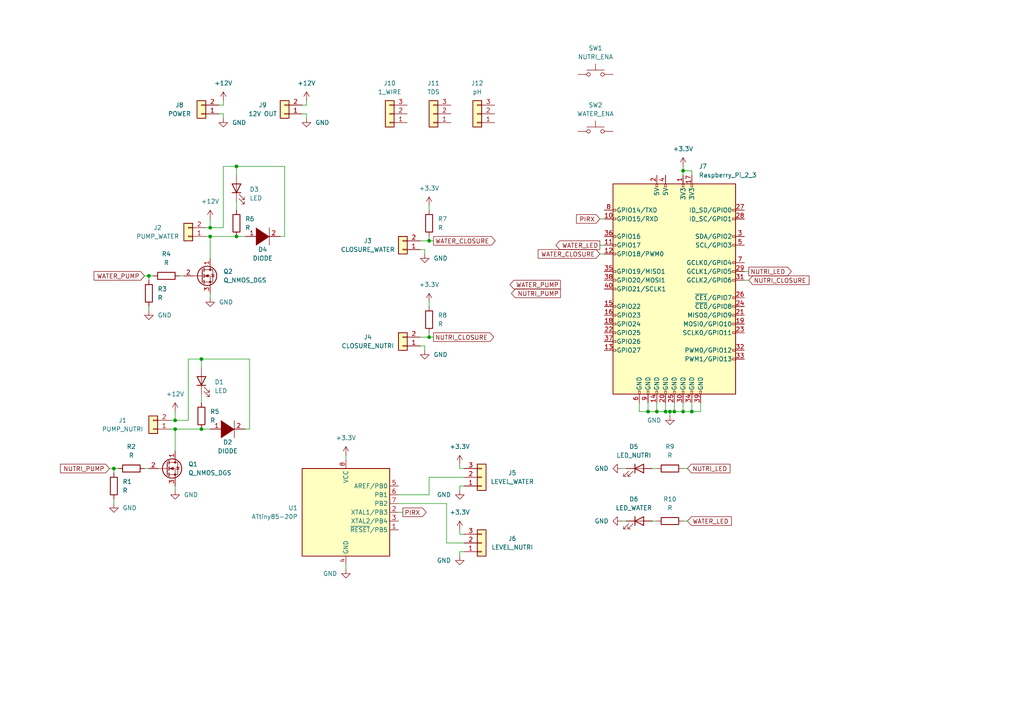
<source format=kicad_sch>
(kicad_sch (version 20211123) (generator eeschema)
  (paper "A4")
  (lib_symbols
    (symbol "Connector:Raspberry_Pi_2_3" (pin_names (offset 1.016))
      (property "Reference" "J" (at -17.78 31.75 0))
      (property "Value" "Raspberry_Pi_2_3" (at 10.16 -31.75 0))
      (symbol "Raspberry_Pi_2_3_0_1"
        (rectangle (start -17.78 30.48) (end 17.78 -30.48) (stroke (width 0.254)) (fill (type background)))
      )
      (symbol "Raspberry_Pi_2_3_1_1"
        (rectangle (start -16.891 -17.526) (end -17.78 -18.034))
        (rectangle (start -16.891 -14.986) (end -17.78 -15.494))
        (rectangle (start -16.891 -12.446) (end -17.78 -12.954))
        (rectangle (start -16.891 -9.906) (end -17.78 -10.414))
        (rectangle (start -16.891 -7.366) (end -17.78 -7.874))
        (rectangle (start -16.891 -4.826) (end -17.78 -5.334))
        (rectangle (start -16.891 0.254) (end -17.78 -0.254))
        (rectangle (start -16.891 2.794) (end -17.78 2.286))
        (rectangle (start -16.891 5.334) (end -17.78 4.826))
        (rectangle (start -16.891 10.414) (end -17.78 9.906))
        (rectangle (start -16.891 12.954) (end -17.78 12.446))
        (rectangle (start -16.891 15.494) (end -17.78 14.986))
        (rectangle (start -16.891 20.574) (end -17.78 20.066))
        (rectangle (start -16.891 23.114) (end -17.78 22.606))
        (rectangle (start -10.414 -29.591) (end -9.906 -30.48))
        (rectangle (start -7.874 -29.591) (end -7.366 -30.48))
        (rectangle (start -5.334 -29.591) (end -4.826 -30.48))
        (rectangle (start -5.334 30.48) (end -4.826 29.591))
        (rectangle (start -2.794 -29.591) (end -2.286 -30.48))
        (rectangle (start -2.794 30.48) (end -2.286 29.591))
        (rectangle (start -0.254 -29.591) (end 0.254 -30.48))
        (rectangle (start 2.286 -29.591) (end 2.794 -30.48))
        (rectangle (start 2.286 30.48) (end 2.794 29.591))
        (rectangle (start 4.826 -29.591) (end 5.334 -30.48))
        (rectangle (start 4.826 30.48) (end 5.334 29.591))
        (rectangle (start 7.366 -29.591) (end 7.874 -30.48))
        (rectangle (start 17.78 -20.066) (end 16.891 -20.574))
        (rectangle (start 17.78 -17.526) (end 16.891 -18.034))
        (rectangle (start 17.78 -12.446) (end 16.891 -12.954))
        (rectangle (start 17.78 -9.906) (end 16.891 -10.414))
        (rectangle (start 17.78 -7.366) (end 16.891 -7.874))
        (rectangle (start 17.78 -4.826) (end 16.891 -5.334))
        (rectangle (start 17.78 -2.286) (end 16.891 -2.794))
        (rectangle (start 17.78 2.794) (end 16.891 2.286))
        (rectangle (start 17.78 5.334) (end 16.891 4.826))
        (rectangle (start 17.78 7.874) (end 16.891 7.366))
        (rectangle (start 17.78 12.954) (end 16.891 12.446))
        (rectangle (start 17.78 15.494) (end 16.891 14.986))
        (rectangle (start 17.78 20.574) (end 16.891 20.066))
        (rectangle (start 17.78 23.114) (end 16.891 22.606))
        (pin power_in line (at 2.54 33.02 270) (length 2.54) (name "3V3") (number "1"))
        (pin bidirectional line (at -20.32 20.32 0) (length 2.54) (name "GPIO15/RXD") (number "10"))
        (pin bidirectional line (at -20.32 12.7 0) (length 2.54) (name "GPIO17") (number "11"))
        (pin bidirectional line (at -20.32 10.16 0) (length 2.54) (name "GPIO18/PWM0") (number "12"))
        (pin bidirectional line (at -20.32 -17.78 0) (length 2.54) (name "GPIO27") (number "13"))
        (pin power_in line (at -5.08 -33.02 90) (length 2.54) (name "GND") (number "14"))
        (pin bidirectional line (at -20.32 -5.08 0) (length 2.54) (name "GPIO22") (number "15"))
        (pin bidirectional line (at -20.32 -7.62 0) (length 2.54) (name "GPIO23") (number "16"))
        (pin power_in line (at 5.08 33.02 270) (length 2.54) (name "3V3") (number "17"))
        (pin bidirectional line (at -20.32 -10.16 0) (length 2.54) (name "GPIO24") (number "18"))
        (pin bidirectional line (at 20.32 -10.16 180) (length 2.54) (name "MOSI0/GPIO10") (number "19"))
        (pin power_in line (at -5.08 33.02 270) (length 2.54) (name "5V") (number "2"))
        (pin power_in line (at -2.54 -33.02 90) (length 2.54) (name "GND") (number "20"))
        (pin bidirectional line (at 20.32 -7.62 180) (length 2.54) (name "MISO0/GPIO9") (number "21"))
        (pin bidirectional line (at -20.32 -12.7 0) (length 2.54) (name "GPIO25") (number "22"))
        (pin bidirectional line (at 20.32 -12.7 180) (length 2.54) (name "SCLK0/GPIO11") (number "23"))
        (pin bidirectional line (at 20.32 -5.08 180) (length 2.54) (name "~{CE0}/GPIO8") (number "24"))
        (pin power_in line (at 0 -33.02 90) (length 2.54) (name "GND") (number "25"))
        (pin bidirectional line (at 20.32 -2.54 180) (length 2.54) (name "~{CE1}/GPIO7") (number "26"))
        (pin bidirectional line (at 20.32 22.86 180) (length 2.54) (name "ID_SD/GPIO0") (number "27"))
        (pin bidirectional line (at 20.32 20.32 180) (length 2.54) (name "ID_SC/GPIO1") (number "28"))
        (pin bidirectional line (at 20.32 5.08 180) (length 2.54) (name "GCLK1/GPIO5") (number "29"))
        (pin bidirectional line (at 20.32 15.24 180) (length 2.54) (name "SDA/GPIO2") (number "3"))
        (pin power_in line (at 2.54 -33.02 90) (length 2.54) (name "GND") (number "30"))
        (pin bidirectional line (at 20.32 2.54 180) (length 2.54) (name "GCLK2/GPIO6") (number "31"))
        (pin bidirectional line (at 20.32 -17.78 180) (length 2.54) (name "PWM0/GPIO12") (number "32"))
        (pin bidirectional line (at 20.32 -20.32 180) (length 2.54) (name "PWM1/GPIO13") (number "33"))
        (pin power_in line (at 5.08 -33.02 90) (length 2.54) (name "GND") (number "34"))
        (pin bidirectional line (at -20.32 5.08 0) (length 2.54) (name "GPIO19/MISO1") (number "35"))
        (pin bidirectional line (at -20.32 15.24 0) (length 2.54) (name "GPIO16") (number "36"))
        (pin bidirectional line (at -20.32 -15.24 0) (length 2.54) (name "GPIO26") (number "37"))
        (pin bidirectional line (at -20.32 2.54 0) (length 2.54) (name "GPIO20/MOSI1") (number "38"))
        (pin power_in line (at 7.62 -33.02 90) (length 2.54) (name "GND") (number "39"))
        (pin power_in line (at -2.54 33.02 270) (length 2.54) (name "5V") (number "4"))
        (pin bidirectional line (at -20.32 0 0) (length 2.54) (name "GPIO21/SCLK1") (number "40"))
        (pin bidirectional line (at 20.32 12.7 180) (length 2.54) (name "SCL/GPIO3") (number "5"))
        (pin power_in line (at -10.16 -33.02 90) (length 2.54) (name "GND") (number "6"))
        (pin bidirectional line (at 20.32 7.62 180) (length 2.54) (name "GCLK0/GPIO4") (number "7"))
        (pin bidirectional line (at -20.32 22.86 0) (length 2.54) (name "GPIO14/TXD") (number "8"))
        (pin power_in line (at -7.62 -33.02 90) (length 2.54) (name "GND") (number "9"))
      )
    )
    (symbol "Connector_Generic:Conn_01x02" (pin_names (offset 1.016) hide)
      (property "Reference" "J" (at 0 2.54 0))
      (property "Value" "Conn_01x02" (at 0 -5.08 0))
      (symbol "Conn_01x02_1_1"
        (rectangle (start -1.27 -2.413) (end 0 -2.667) (stroke (width 0.1524)))
        (rectangle (start -1.27 0.127) (end 0 -0.127) (stroke (width 0.1524)))
        (rectangle (start -1.27 1.27) (end 1.27 -3.81) (stroke (width 0.254)) (fill (type background)))
        (pin passive line (at -5.08 0 0) (length 3.81) (name "Pin_1") (number "1"))
        (pin passive line (at -5.08 -2.54 0) (length 3.81) (name "Pin_2") (number "2"))
      )
    )
    (symbol "Connector_Generic:Conn_01x03" (pin_names (offset 1.016) hide)
      (property "Reference" "J" (at 0 5.08 0))
      (property "Value" "Conn_01x03" (at 0 -5.08 0))
      (symbol "Conn_01x03_1_1"
        (rectangle (start -1.27 -2.413) (end 0 -2.667) (stroke (width 0.1524)))
        (rectangle (start -1.27 0.127) (end 0 -0.127) (stroke (width 0.1524)))
        (rectangle (start -1.27 2.667) (end 0 2.413) (stroke (width 0.1524)))
        (rectangle (start -1.27 3.81) (end 1.27 -3.81) (stroke (width 0.254)) (fill (type background)))
        (pin passive line (at -5.08 2.54 0) (length 3.81) (name "Pin_1") (number "1"))
        (pin passive line (at -5.08 0 0) (length 3.81) (name "Pin_2") (number "2"))
        (pin passive line (at -5.08 -2.54 0) (length 3.81) (name "Pin_3") (number "3"))
      )
    )
    (symbol "Device:LED" (pin_numbers hide) (pin_names (offset 1.016) hide)
      (property "Reference" "D" (at 0 2.54 0))
      (property "Value" "LED" (at 0 -2.54 0))
      (symbol "LED_0_1"
        (polyline (pts (xy -1.27 -1.27) (xy -1.27 1.27)) (stroke (width 0.254)))
        (polyline (pts (xy -1.27 0) (xy 1.27 0)))
        (polyline (pts (xy 1.27 -1.27) (xy 1.27 1.27) (xy -1.27 0) (xy 1.27 -1.27)) (stroke (width 0.254)))
        (polyline (pts (xy -3.048 -0.762) (xy -4.572 -2.286) (xy -3.81 -2.286) (xy -4.572 -2.286) (xy -4.572 -1.524)))
        (polyline (pts (xy -1.778 -0.762) (xy -3.302 -2.286) (xy -2.54 -2.286) (xy -3.302 -2.286) (xy -3.302 -1.524)))
      )
      (symbol "LED_1_1"
        (pin passive line (at -3.81 0 0) (length 2.54) (name "K") (number "1"))
        (pin passive line (at 3.81 0 180) (length 2.54) (name "A") (number "2"))
      )
    )
    (symbol "Device:Q_NMOS_DGS" (pin_names (offset 0) hide)
      (property "Reference" "Q" (at 5.08 1.27 0))
      (property "Value" "Q_NMOS_DGS" (at 5.08 -1.27 0))
      (symbol "Q_NMOS_DGS_0_1"
        (polyline (pts (xy 0.254 0) (xy -2.54 0)))
        (polyline (pts (xy 0.254 1.905) (xy 0.254 -1.905)) (stroke (width 0.254)))
        (polyline (pts (xy 0.762 -1.27) (xy 0.762 -2.286)) (stroke (width 0.254)))
        (polyline (pts (xy 0.762 0.508) (xy 0.762 -0.508)) (stroke (width 0.254)))
        (polyline (pts (xy 0.762 2.286) (xy 0.762 1.27)) (stroke (width 0.254)))
        (polyline (pts (xy 2.54 2.54) (xy 2.54 1.778)))
        (polyline (pts (xy 2.54 -2.54) (xy 2.54 0) (xy 0.762 0)))
        (polyline (pts (xy 0.762 -1.778) (xy 3.302 -1.778) (xy 3.302 1.778) (xy 0.762 1.778)))
        (polyline (pts (xy 1.016 0) (xy 2.032 0.381) (xy 2.032 -0.381) (xy 1.016 0)) (fill (type outline)))
        (polyline (pts (xy 2.794 0.508) (xy 2.921 0.381) (xy 3.683 0.381) (xy 3.81 0.254)))
        (polyline (pts (xy 3.302 0.381) (xy 2.921 -0.254) (xy 3.683 -0.254) (xy 3.302 0.381)))
        (circle (center 1.651 0) (radius 2.794) (stroke (width 0.254)))
        (circle (center 2.54 -1.778) (radius 0.254) (fill (type outline)))
        (circle (center 2.54 1.778) (radius 0.254) (fill (type outline)))
      )
      (symbol "Q_NMOS_DGS_1_1"
        (pin passive line (at 2.54 5.08 270) (length 2.54) (name "D") (number "1"))
        (pin input line (at -5.08 0 0) (length 2.54) (name "G") (number "2"))
        (pin passive line (at 2.54 -5.08 90) (length 2.54) (name "S") (number "3"))
      )
    )
    (symbol "Device:R" (pin_numbers hide) (pin_names (offset 0))
      (property "Reference" "R" (at 2.032 0 90))
      (property "Value" "R" (at 0 0 90))
      (symbol "R_0_1"
        (rectangle (start -1.016 -2.54) (end 1.016 2.54) (stroke (width 0.254)))
      )
      (symbol "R_1_1"
        (pin passive line (at 0 3.81 270) (length 1.27) (name "~") (number "1"))
        (pin passive line (at 0 -3.81 90) (length 1.27) (name "~") (number "2"))
      )
    )
    (symbol "MCU_Microchip_ATtiny:ATtiny85-20P"
      (property "Reference" "U" (at -12.7 13.97 0))
      (property "Value" "ATtiny85-20P" (at 2.54 -13.97 0))
      (symbol "ATtiny85-20P_0_1"
        (rectangle (start -12.7 -12.7) (end 12.7 12.7) (stroke (width 0.254)) (fill (type background)))
      )
      (symbol "ATtiny85-20P_1_1"
        (pin bidirectional line (at 15.24 -5.08 180) (length 2.54) (name "~{RESET}/PB5") (number "1"))
        (pin bidirectional line (at 15.24 0 180) (length 2.54) (name "XTAL1/PB3") (number "2"))
        (pin bidirectional line (at 15.24 -2.54 180) (length 2.54) (name "XTAL2/PB4") (number "3"))
        (pin power_in line (at 0 -15.24 90) (length 2.54) (name "GND") (number "4"))
        (pin bidirectional line (at 15.24 7.62 180) (length 2.54) (name "AREF/PB0") (number "5"))
        (pin bidirectional line (at 15.24 5.08 180) (length 2.54) (name "PB1") (number "6"))
        (pin bidirectional line (at 15.24 2.54 180) (length 2.54) (name "PB2") (number "7"))
        (pin power_in line (at 0 15.24 270) (length 2.54) (name "VCC") (number "8"))
      )
    )
    (symbol "Switch:SW_Push" (pin_numbers hide) (pin_names (offset 1.016) hide)
      (property "Reference" "SW" (at 1.27 2.54 0))
      (property "Value" "SW_Push" (at 0 -1.524 0))
      (symbol "SW_Push_0_1"
        (circle (center -2.032 0) (radius 0.508))
        (polyline (pts (xy 0 1.27) (xy 0 3.048)))
        (polyline (pts (xy 2.54 1.27) (xy -2.54 1.27)))
        (circle (center 2.032 0) (radius 0.508))
        (pin passive line (at -5.08 0 0) (length 2.54) (name "1") (number "1"))
        (pin passive line (at 5.08 0 180) (length 2.54) (name "2") (number "2"))
      )
    )
    (symbol "power:+12V" (power) (pin_names (offset 0))
      (property "Value" "+12V" (at 0 3.556 0))
      (symbol "+12V_0_1"
        (polyline (pts (xy -0.762 1.27) (xy 0 2.54)))
        (polyline (pts (xy 0 0) (xy 0 2.54)))
        (polyline (pts (xy 0 2.54) (xy 0.762 1.27)))
      )
      (symbol "+12V_1_1"
        (pin power_in line (at 0 0 90) (length 0) hide (name "+12V") (number "1"))
      )
    )
    (symbol "power:+3.3V" (power) (pin_names (offset 0))
      (property "Value" "+3.3V" (at 0 3.556 0))
      (symbol "+3.3V_0_1"
        (polyline (pts (xy -0.762 1.27) (xy 0 2.54)))
        (polyline (pts (xy 0 0) (xy 0 2.54)))
        (polyline (pts (xy 0 2.54) (xy 0.762 1.27)))
      )
      (symbol "+3.3V_1_1"
        (pin power_in line (at 0 0 90) (length 0) hide (name "+3.3V") (number "1"))
      )
    )
    (symbol "power:GND" (power) (pin_names (offset 0))
      (property "Value" "GND" (at 0 -3.81 0))
      (symbol "GND_0_1"
        (polyline (pts (xy 0 0) (xy 0 -1.27) (xy 1.27 -1.27) (xy 0 -2.54) (xy -1.27 -1.27) (xy 0 -1.27)))
      )
      (symbol "GND_1_1"
        (pin power_in line (at 0 0 270) (length 0) hide (name "GND") (number "1"))
      )
    )
    (symbol "pspice:DIODE" (pin_names (offset 1.016) hide)
      (property "Reference" "D" (at 0 3.81 0))
      (property "Value" "DIODE" (at 0 -4.445 0))
      (symbol "DIODE_0_1"
        (polyline (pts (xy 1.905 2.54) (xy 1.905 -2.54)))
        (polyline (pts (xy -1.905 2.54) (xy -1.905 -2.54) (xy 1.905 0)) (fill (type outline)))
      )
      (symbol "DIODE_1_1"
        (pin input line (at -5.08 0 0) (length 3.81) (name "K") (number "1"))
        (pin input line (at 5.08 0 180) (length 3.81) (name "A") (number "2"))
      )
    )
  )
  (junction (at 68.58 68.58))
  (junction (at 60.96 66.04))
  (junction (at 190.5 119.38))
  (junction (at 194.31 119.38))
  (junction (at 193.04 119.38))
  (junction (at 33.02 135.89))
  (junction (at 195.58 119.38))
  (junction (at 124.46 69.85))
  (junction (at 187.96 119.38))
  (junction (at 50.8 121.92))
  (junction (at 58.42 124.46))
  (junction (at 50.8 124.46))
  (junction (at 58.42 104.14))
  (junction (at 43.18 80.01))
  (junction (at 124.46 97.79))
  (junction (at 200.66 119.38))
  (junction (at 60.96 68.58))
  (junction (at 68.58 48.26))
  (junction (at 198.12 49.53))
  (junction (at 198.12 119.38))
  (wire (pts (xy 200.66 116.84) (xy 200.66 119.38)))
  (wire (pts (xy 121.92 100.33) (xy 123.19 100.33)))
  (wire (pts (xy 121.92 97.79) (xy 124.46 97.79)))
  (wire (pts (xy 121.92 69.85) (xy 124.46 69.85)))
  (wire (pts (xy 58.42 124.46) (xy 60.96 124.46)))
  (wire (pts (xy 124.46 68.58) (xy 124.46 69.85)))
  (wire (pts (xy 88.9 33.02) (xy 88.9 34.29)))
  (wire (pts (xy 124.46 97.79) (xy 125.73 97.79)))
  (wire (pts (xy 198.12 49.53) (xy 200.66 49.53)))
  (wire (pts (xy 189.23 135.89) (xy 190.5 135.89)))
  (wire (pts (xy 173.99 71.12) (xy 175.26 71.12)))
  (wire (pts (xy 60.96 68.58) (xy 60.96 74.93)))
  (wire (pts (xy 123.19 72.39) (xy 123.19 73.66)))
  (wire (pts (xy 49.53 124.46) (xy 50.8 124.46)))
  (wire (pts (xy 41.91 135.89) (xy 43.18 135.89)))
  (wire (pts (xy 52.07 80.01) (xy 53.34 80.01)))
  (wire (pts (xy 64.77 48.26) (xy 68.58 48.26)))
  (wire (pts (xy 198.12 135.89) (xy 199.39 135.89)))
  (wire (pts (xy 215.9 81.28) (xy 217.17 81.28)))
  (wire (pts (xy 195.58 116.84) (xy 195.58 119.38)))
  (wire (pts (xy 193.04 119.38) (xy 194.31 119.38)))
  (wire (pts (xy 60.96 66.04) (xy 64.77 66.04)))
  (wire (pts (xy 54.61 104.14) (xy 54.61 121.92)))
  (wire (pts (xy 68.58 48.26) (xy 68.58 50.8)))
  (wire (pts (xy 134.62 160.02) (xy 133.35 160.02)))
  (wire (pts (xy 64.77 30.48) (xy 64.77 29.21)))
  (wire (pts (xy 129.54 157.48) (xy 134.62 157.48)))
  (wire (pts (xy 50.8 124.46) (xy 58.42 124.46)))
  (wire (pts (xy 180.34 135.89) (xy 181.61 135.89)))
  (wire (pts (xy 185.42 119.38) (xy 187.96 119.38)))
  (wire (pts (xy 59.69 68.58) (xy 60.96 68.58)))
  (wire (pts (xy 129.54 146.05) (xy 129.54 157.48)))
  (wire (pts (xy 203.2 119.38) (xy 200.66 119.38)))
  (wire (pts (xy 123.19 100.33) (xy 123.19 101.6)))
  (wire (pts (xy 43.18 88.9) (xy 43.18 90.17)))
  (wire (pts (xy 133.35 154.94) (xy 133.35 153.67)))
  (wire (pts (xy 173.99 73.66) (xy 175.26 73.66)))
  (wire (pts (xy 173.99 63.5) (xy 175.26 63.5)))
  (wire (pts (xy 68.58 58.42) (xy 68.58 60.96)))
  (wire (pts (xy 60.96 68.58) (xy 68.58 68.58)))
  (wire (pts (xy 198.12 151.13) (xy 199.39 151.13)))
  (wire (pts (xy 200.66 119.38) (xy 198.12 119.38)))
  (wire (pts (xy 134.62 135.89) (xy 133.35 135.89)))
  (wire (pts (xy 59.69 66.04) (xy 60.96 66.04)))
  (wire (pts (xy 189.23 151.13) (xy 190.5 151.13)))
  (wire (pts (xy 50.8 124.46) (xy 50.8 130.81)))
  (wire (pts (xy 31.75 135.89) (xy 33.02 135.89)))
  (wire (pts (xy 60.96 85.09) (xy 60.96 86.36)))
  (wire (pts (xy 134.62 140.97) (xy 133.35 140.97)))
  (wire (pts (xy 34.29 135.89) (xy 33.02 135.89)))
  (wire (pts (xy 88.9 30.48) (xy 88.9 29.21)))
  (wire (pts (xy 64.77 48.26) (xy 64.77 66.04)))
  (wire (pts (xy 72.39 104.14) (xy 58.42 104.14)))
  (wire (pts (xy 124.46 69.85) (xy 125.73 69.85)))
  (wire (pts (xy 58.42 104.14) (xy 58.42 106.68)))
  (wire (pts (xy 200.66 49.53) (xy 200.66 50.8)))
  (wire (pts (xy 50.8 140.97) (xy 50.8 142.24)))
  (wire (pts (xy 100.33 163.83) (xy 100.33 165.1)))
  (wire (pts (xy 203.2 116.84) (xy 203.2 119.38)))
  (wire (pts (xy 115.57 148.59) (xy 116.84 148.59)))
  (wire (pts (xy 133.35 160.02) (xy 133.35 161.29)))
  (wire (pts (xy 124.46 143.51) (xy 124.46 138.43)))
  (wire (pts (xy 190.5 116.84) (xy 190.5 119.38)))
  (wire (pts (xy 44.45 80.01) (xy 43.18 80.01)))
  (wire (pts (xy 41.91 80.01) (xy 43.18 80.01)))
  (wire (pts (xy 64.77 33.02) (xy 64.77 34.29)))
  (wire (pts (xy 71.12 124.46) (xy 72.39 124.46)))
  (wire (pts (xy 115.57 143.51) (xy 124.46 143.51)))
  (wire (pts (xy 33.02 144.78) (xy 33.02 146.05)))
  (wire (pts (xy 134.62 154.94) (xy 133.35 154.94)))
  (wire (pts (xy 124.46 96.52) (xy 124.46 97.79)))
  (wire (pts (xy 58.42 114.3) (xy 58.42 116.84)))
  (wire (pts (xy 63.5 30.48) (xy 64.77 30.48)))
  (wire (pts (xy 198.12 49.53) (xy 198.12 50.8)))
  (wire (pts (xy 194.31 119.38) (xy 194.31 120.65)))
  (wire (pts (xy 193.04 116.84) (xy 193.04 119.38)))
  (wire (pts (xy 87.63 30.48) (xy 88.9 30.48)))
  (wire (pts (xy 124.46 59.69) (xy 124.46 60.96)))
  (wire (pts (xy 63.5 33.02) (xy 64.77 33.02)))
  (wire (pts (xy 100.33 132.08) (xy 100.33 133.35)))
  (wire (pts (xy 215.9 78.74) (xy 217.17 78.74)))
  (wire (pts (xy 121.92 72.39) (xy 123.19 72.39)))
  (wire (pts (xy 60.96 63.5) (xy 60.96 66.04)))
  (wire (pts (xy 133.35 135.89) (xy 133.35 134.62)))
  (wire (pts (xy 124.46 138.43) (xy 134.62 138.43)))
  (wire (pts (xy 187.96 119.38) (xy 190.5 119.38)))
  (wire (pts (xy 87.63 33.02) (xy 88.9 33.02)))
  (wire (pts (xy 195.58 119.38) (xy 194.31 119.38)))
  (wire (pts (xy 50.8 119.38) (xy 50.8 121.92)))
  (wire (pts (xy 187.96 116.84) (xy 187.96 119.38)))
  (wire (pts (xy 198.12 116.84) (xy 198.12 119.38)))
  (wire (pts (xy 43.18 80.01) (xy 43.18 81.28)))
  (wire (pts (xy 133.35 140.97) (xy 133.35 142.24)))
  (wire (pts (xy 115.57 146.05) (xy 129.54 146.05)))
  (wire (pts (xy 81.28 68.58) (xy 82.55 68.58)))
  (wire (pts (xy 124.46 87.63) (xy 124.46 88.9)))
  (wire (pts (xy 49.53 121.92) (xy 50.8 121.92)))
  (wire (pts (xy 33.02 135.89) (xy 33.02 137.16)))
  (wire (pts (xy 82.55 48.26) (xy 68.58 48.26)))
  (wire (pts (xy 68.58 68.58) (xy 71.12 68.58)))
  (wire (pts (xy 82.55 68.58) (xy 82.55 48.26)))
  (wire (pts (xy 50.8 121.92) (xy 54.61 121.92)))
  (wire (pts (xy 54.61 104.14) (xy 58.42 104.14)))
  (wire (pts (xy 180.34 151.13) (xy 181.61 151.13)))
  (wire (pts (xy 72.39 124.46) (xy 72.39 104.14)))
  (wire (pts (xy 198.12 119.38) (xy 195.58 119.38)))
  (wire (pts (xy 190.5 119.38) (xy 193.04 119.38)))
  (wire (pts (xy 185.42 116.84) (xy 185.42 119.38)))
  (wire (pts (xy 198.12 48.26) (xy 198.12 49.53)))
  (global_label "WATER_CLOSURE" (shape output) (at 125.73 69.85 0) (property "Intersheet References" "${INTERSHEET_REFS}" (effects hide)))
  (global_label "PIRX" (shape input) (at 173.99 63.5 180) (property "Intersheet References" "${INTERSHEET_REFS}" (effects hide)))
  (global_label "PIRX" (shape output) (at 116.84 148.59 0) (property "Intersheet References" "${INTERSHEET_REFS}" (effects hide)))
  (global_label "NUTRI_PUMP" (shape input) (at 31.75 135.89 180) (property "Intersheet References" "${INTERSHEET_REFS}" (effects hide)))
  (global_label "NUTRI_CLOSURE" (shape input) (at 217.17 81.28 0) (property "Intersheet References" "${INTERSHEET_REFS}" (effects hide)))
  (global_label "WATER_PUMP" (shape input) (at 41.91 80.01 180) (property "Intersheet References" "${INTERSHEET_REFS}" (effects hide)))
  (global_label "WATER_LED" (shape output) (at 173.99 71.12 180) (property "Intersheet References" "${INTERSHEET_REFS}" (effects hide)))
  (global_label "WATER_CLOSURE" (shape input) (at 173.99 73.66 180) (property "Intersheet References" "${INTERSHEET_REFS}" (effects hide)))
  (global_label "NUTRI_LED" (shape output) (at 217.17 78.74 0) (property "Intersheet References" "${INTERSHEET_REFS}" (effects hide)))
  (global_label "WATER_PUMP" (shape output) (at 162.56 82.55 180) (property "Intersheet References" "${INTERSHEET_REFS}" (effects hide)))
  (global_label "NUTRI_PUMP" (shape output) (at 162.56 85.09 180) (property "Intersheet References" "${INTERSHEET_REFS}" (effects hide)))
  (global_label "WATER_LED" (shape input) (at 199.39 151.13 0) (property "Intersheet References" "${INTERSHEET_REFS}" (effects hide)))
  (global_label "NUTRI_CLOSURE" (shape output) (at 125.73 97.79 0) (property "Intersheet References" "${INTERSHEET_REFS}" (effects hide)))
  (global_label "NUTRI_LED" (shape input) (at 199.39 135.89 0) (property "Intersheet References" "${INTERSHEET_REFS}" (effects hide)))
  (symbol (lib_id "Connector_Generic:Conn_01x02") (at 58.42 33.02 180) (unit 1)
    (property "Reference" "J8" (at 52.07 30.48 0))
    (property "Value" "POWER" (at 52.07 33.02 0))
    (property "Footprint" "Connector_Molex:Molex_SL_171971-0002_1x02_P2.54mm_Vertical" (effects hide))
  )
  (symbol (lib_id "power:GND") (at 50.8 142.24 0) (unit 1)
    (property "Reference" "#PWR0109" (effects hide))
    (property "Value" "GND" (at 53.34 143.5099 0) (effects (justify left)))
  )
  (symbol (lib_id "Device:LED") (at 58.42 110.49 90) (unit 1)
    (property "Reference" "D1" (at 62.23 110.8074 90) (effects (justify right)))
    (property "Value" "LED" (at 62.23 113.3474 90) (effects (justify right)))
    (property "Footprint" "LED_THT:LED_D5.0mm_Clear" (effects hide))
  )
  (symbol (lib_id "power:+12V") (at 60.96 63.5 0) (unit 1)
    (property "Reference" "#PWR0120" (effects hide))
    (property "Value" "+12V" (at 60.96 58.42 0))
  )
  (symbol (lib_id "Connector_Generic:Conn_01x03") (at 113.03 33.02 180) (unit 1)
    (property "Reference" "J10" (at 113.03 24.13 0))
    (property "Value" "1_WIRE" (at 113.03 26.67 0))
    (property "Footprint" "Connector_Molex:Molex_SL_171971-0003_1x03_P2.54mm_Vertical" (effects hide))
  )
  (symbol (lib_id "power:GND") (at 123.19 73.66 0) (unit 1)
    (property "Reference" "#PWR0118" (effects hide))
    (property "Value" "GND" (at 125.73 74.9299 0) (effects (justify left)))
  )
  (symbol (lib_id "Connector_Generic:Conn_01x03") (at 138.43 33.02 180) (unit 1)
    (property "Reference" "J12" (at 138.43 24.13 0))
    (property "Value" "pH" (at 138.43 26.67 0))
    (property "Footprint" "Connector_Molex:Molex_SL_171971-0003_1x03_P2.54mm_Vertical" (effects hide))
  )
  (symbol (lib_id "power:GND") (at 100.33 165.1 0) (mirror y) (unit 1)
    (property "Reference" "#PWR0107" (effects hide))
    (property "Value" "GND" (at 97.79 166.3699 0) (effects (justify left)))
  )
  (symbol (lib_id "power:GND") (at 133.35 142.24 0) (mirror y) (unit 1)
    (property "Reference" "#PWR0103" (effects hide))
    (property "Value" "GND" (at 130.81 143.5099 0) (effects (justify left)))
  )
  (symbol (lib_id "power:GND") (at 123.19 101.6 0) (unit 1)
    (property "Reference" "#PWR0108" (effects hide))
    (property "Value" "GND" (at 125.73 102.8699 0) (effects (justify left)))
  )
  (symbol (lib_id "Device:R") (at 58.42 120.65 180) (unit 1)
    (property "Reference" "R5" (at 60.96 119.3799 0) (effects (justify right)))
    (property "Value" "R" (at 60.96 121.9199 0) (effects (justify right)))
    (property "Footprint" "Resistor_THT:R_Axial_DIN0204_L3.6mm_D1.6mm_P2.54mm_Vertical" (effects hide))
  )
  (symbol (lib_id "Connector_Generic:Conn_01x03") (at 139.7 138.43 0) (mirror x) (unit 1)
    (property "Reference" "J5" (at 148.59 137.16 0))
    (property "Value" "LEVEL_WATER" (at 148.59 139.7 0))
    (property "Footprint" "Connector_Molex:Molex_SL_171971-0003_1x03_P2.54mm_Vertical" (effects hide))
  )
  (symbol (lib_id "Connector_Generic:Conn_01x02") (at 44.45 124.46 180) (unit 1)
    (property "Reference" "J1" (at 35.56 121.92 0))
    (property "Value" "PUMP_NUTRI" (at 35.56 124.46 0))
    (property "Footprint" "Connector_Molex:Molex_SL_171971-0002_1x02_P2.54mm_Vertical" (effects hide))
  )
  (symbol (lib_id "Connector_Generic:Conn_01x02") (at 116.84 100.33 180) (unit 1)
    (property "Reference" "J4" (at 106.68 97.79 0))
    (property "Value" "CLOSURE_NUTRI" (at 106.68 100.33 0))
    (property "Footprint" "Connector_Molex:Molex_SL_171971-0002_1x02_P2.54mm_Vertical" (effects hide))
  )
  (symbol (lib_id "power:+3.3V") (at 198.12 48.26 0) (unit 1)
    (property "Reference" "#PWR0101" (effects hide))
    (property "Value" "+3.3V" (at 198.12 43.18 0))
  )
  (symbol (lib_id "power:+3.3V") (at 100.33 132.08 0) (unit 1)
    (property "Reference" "#PWR0106" (effects hide))
    (property "Value" "+3.3V" (at 100.33 127 0))
  )
  (symbol (lib_id "power:+12V") (at 88.9 29.21 0) (unit 1)
    (property "Reference" "#PWR0123" (effects hide))
    (property "Value" "+12V" (at 88.9 24.13 0))
  )
  (symbol (lib_id "Device:LED") (at 185.42 135.89 0) (unit 1)
    (property "Reference" "D5" (at 183.8325 129.54 0))
    (property "Value" "LED_NUTRI" (at 183.8325 132.08 0))
    (property "Footprint" "LED_THT:LED_D5.0mm_Clear" (effects hide))
  )
  (symbol (lib_id "power:+12V") (at 64.77 29.21 0) (unit 1)
    (property "Reference" "#PWR0121" (effects hide))
    (property "Value" "+12V" (at 64.77 24.13 0))
  )
  (symbol (lib_id "power:+3.3V") (at 133.35 153.67 0) (unit 1)
    (property "Reference" "#PWR0104" (effects hide))
    (property "Value" "+3.3V" (at 133.35 148.59 0))
  )
  (symbol (lib_id "power:GND") (at 180.34 151.13 270) (unit 1)
    (property "Reference" "#PWR0115" (effects hide))
    (property "Value" "GND" (at 176.53 151.1299 90) (effects (justify right)))
  )
  (symbol (lib_id "MCU_Microchip_ATtiny:ATtiny85-20P") (at 100.33 148.59 0) (unit 1)
    (property "Reference" "U1" (at 86.36 147.3199 0) (effects (justify right)))
    (property "Value" "ATtiny85-20P" (at 86.36 149.8599 0) (effects (justify right)))
    (property "Footprint" "Package_DIP:DIP-8_W7.62mm" (effects hide))
    (property "Datasheet" "http://ww1.microchip.com/downloads/en/DeviceDoc/atmel-2586-avr-8-bit-microcontroller-attiny25-attiny45-attiny85_datasheet.pdf" (effects hide))
  )
  (symbol (lib_id "Switch:SW_Push") (at 172.72 21.59 0) (unit 1)
    (property "Reference" "SW1" (at 172.72 13.97 0))
    (property "Value" "NUTRI_ENA" (at 172.72 16.51 0))
    (property "Footprint" "Button_Switch_THT:SW_PUSH_6mm" (effects hide))
  )
  (symbol (lib_id "Switch:SW_Push") (at 172.72 38.1 0) (unit 1)
    (property "Reference" "SW2" (at 172.72 30.48 0))
    (property "Value" "WATER_ENA" (at 172.72 33.02 0))
    (property "Footprint" "Button_Switch_THT:SW_PUSH_6mm" (effects hide))
  )
  (symbol (lib_id "Device:R") (at 194.31 151.13 90) (unit 1)
    (property "Reference" "R10" (at 194.31 144.78 90))
    (property "Value" "R" (at 194.31 147.32 90))
    (property "Footprint" "Resistor_THT:R_Axial_DIN0204_L3.6mm_D1.6mm_P2.54mm_Vertical" (effects hide))
  )
  (symbol (lib_id "Device:LED") (at 68.58 54.61 90) (unit 1)
    (property "Reference" "D3" (at 72.39 54.9274 90) (effects (justify right)))
    (property "Value" "LED" (at 72.39 57.4674 90) (effects (justify right)))
    (property "Footprint" "LED_THT:LED_D5.0mm_Clear" (effects hide))
  )
  (symbol (lib_id "Device:R") (at 33.02 140.97 180) (unit 1)
    (property "Reference" "R1" (at 35.56 139.6999 0) (effects (justify right)))
    (property "Value" "R" (at 35.56 142.2399 0) (effects (justify right)))
    (property "Footprint" "Resistor_THT:R_Axial_DIN0204_L3.6mm_D1.6mm_P2.54mm_Vertical" (effects hide))
  )
  (symbol (lib_id "Device:R") (at 43.18 85.09 180) (unit 1)
    (property "Reference" "R3" (at 45.72 83.8199 0) (effects (justify right)))
    (property "Value" "R" (at 45.72 86.3599 0) (effects (justify right)))
    (property "Footprint" "Resistor_THT:R_Axial_DIN0204_L3.6mm_D1.6mm_P2.54mm_Vertical" (effects hide))
  )
  (symbol (lib_id "pspice:DIODE") (at 66.04 124.46 0) (unit 1)
    (property "Reference" "D2" (at 66.04 128.27 0))
    (property "Value" "DIODE" (at 66.04 130.81 0))
    (property "Footprint" "Diode_THT:D_DO-15_P2.54mm_Vertical_AnodeUp" (effects hide))
  )
  (symbol (lib_id "power:+3.3V") (at 124.46 59.69 0) (unit 1)
    (property "Reference" "#PWR0116" (effects hide))
    (property "Value" "+3.3V" (at 124.46 54.61 0))
  )
  (symbol (lib_id "power:GND") (at 194.31 120.65 0) (mirror y) (unit 1)
    (property "Reference" "#PWR0113" (effects hide))
    (property "Value" "GND" (at 191.77 121.9199 0) (effects (justify left)))
  )
  (symbol (lib_id "power:GND") (at 133.35 161.29 0) (mirror y) (unit 1)
    (property "Reference" "#PWR0105" (effects hide))
    (property "Value" "GND" (at 130.81 162.5599 0) (effects (justify left)))
  )
  (symbol (lib_id "Device:Q_NMOS_DGS") (at 48.26 135.89 0) (unit 1)
    (property "Reference" "Q1" (at 54.61 134.6199 0) (effects (justify left)))
    (property "Value" "Q_NMOS_DGS" (at 54.61 137.1599 0) (effects (justify left)))
  )
  (symbol (lib_id "power:GND") (at 88.9 34.29 0) (unit 1)
    (property "Reference" "#PWR0124" (effects hide))
    (property "Value" "GND" (at 91.44 35.5599 0) (effects (justify left)))
  )
  (symbol (lib_id "power:GND") (at 64.77 34.29 0) (unit 1)
    (property "Reference" "#PWR0122" (effects hide))
    (property "Value" "GND" (at 67.31 35.5599 0) (effects (justify left)))
  )
  (symbol (lib_id "Device:R") (at 48.26 80.01 90) (unit 1)
    (property "Reference" "R4" (at 48.26 73.66 90))
    (property "Value" "R" (at 48.26 76.2 90))
    (property "Footprint" "Resistor_THT:R_Axial_DIN0204_L3.6mm_D1.6mm_P2.54mm_Vertical" (effects hide))
  )
  (symbol (lib_id "power:+3.3V") (at 133.35 134.62 0) (unit 1)
    (property "Reference" "#PWR0102" (effects hide))
    (property "Value" "+3.3V" (at 133.35 129.54 0))
  )
  (symbol (lib_id "Device:LED") (at 185.42 151.13 0) (unit 1)
    (property "Reference" "D6" (at 183.8325 144.78 0))
    (property "Value" "LED_WATER" (at 183.8325 147.32 0))
    (property "Footprint" "LED_THT:LED_D5.0mm_Clear" (effects hide))
  )
  (symbol (lib_id "pspice:DIODE") (at 76.2 68.58 0) (unit 1)
    (property "Reference" "D4" (at 76.2 72.39 0))
    (property "Value" "DIODE" (at 76.2 74.93 0))
    (property "Footprint" "Diode_THT:D_A-405_P2.54mm_Vertical_AnodeUp" (effects hide))
  )
  (symbol (lib_id "power:GND") (at 33.02 146.05 0) (unit 1)
    (property "Reference" "#PWR0111" (effects hide))
    (property "Value" "GND" (at 35.56 147.3199 0) (effects (justify left)))
  )
  (symbol (lib_id "power:GND") (at 43.18 90.17 0) (unit 1)
    (property "Reference" "#PWR0110" (effects hide))
    (property "Value" "GND" (at 45.72 91.4399 0) (effects (justify left)))
  )
  (symbol (lib_id "Device:R") (at 124.46 92.71 180) (unit 1)
    (property "Reference" "R8" (at 127 91.4399 0) (effects (justify right)))
    (property "Value" "R" (at 127 93.9799 0) (effects (justify right)))
    (property "Footprint" "Resistor_THT:R_Axial_DIN0204_L3.6mm_D1.6mm_P2.54mm_Vertical" (effects hide))
  )
  (symbol (lib_id "Connector_Generic:Conn_01x03") (at 139.7 157.48 0) (mirror x) (unit 1)
    (property "Reference" "J6" (at 148.59 156.21 0))
    (property "Value" "LEVEL_NUTRI" (at 148.59 158.75 0))
    (property "Footprint" "Connector_Molex:Molex_SL_171971-0003_1x03_P2.54mm_Vertical" (effects hide))
  )
  (symbol (lib_id "Connector_Generic:Conn_01x02") (at 54.61 68.58 180) (unit 1)
    (property "Reference" "J2" (at 45.72 66.04 0))
    (property "Value" "PUMP_WATER" (at 45.72 68.58 0))
    (property "Footprint" "Connector_Molex:Molex_SL_171971-0002_1x02_P2.54mm_Vertical" (effects hide))
  )
  (symbol (lib_id "power:GND") (at 60.96 86.36 0) (unit 1)
    (property "Reference" "#PWR0119" (effects hide))
    (property "Value" "GND" (at 63.5 87.6299 0) (effects (justify left)))
  )
  (symbol (lib_id "Device:Q_NMOS_DGS") (at 58.42 80.01 0) (unit 1)
    (property "Reference" "Q2" (at 64.77 78.7399 0) (effects (justify left)))
    (property "Value" "Q_NMOS_DGS" (at 64.77 81.2799 0) (effects (justify left)))
  )
  (symbol (lib_id "power:+3.3V") (at 124.46 87.63 0) (unit 1)
    (property "Reference" "#PWR0117" (effects hide))
    (property "Value" "+3.3V" (at 124.46 82.55 0))
  )
  (symbol (lib_id "Connector_Generic:Conn_01x02") (at 116.84 72.39 180) (unit 1)
    (property "Reference" "J3" (at 106.68 69.85 0))
    (property "Value" "CLOSURE_WATER" (at 106.68 72.39 0))
    (property "Footprint" "Connector_Molex:Molex_SL_171971-0002_1x02_P2.54mm_Vertical" (effects hide))
  )
  (symbol (lib_id "Connector_Generic:Conn_01x03") (at 125.73 33.02 180) (unit 1)
    (property "Reference" "J11" (at 125.73 24.13 0))
    (property "Value" "TDS" (at 125.73 26.67 0))
    (property "Footprint" "Connector_Molex:Molex_SL_171971-0003_1x03_P2.54mm_Vertical" (effects hide))
  )
  (symbol (lib_id "power:+12V") (at 50.8 119.38 0) (unit 1)
    (property "Reference" "#PWR0112" (effects hide))
    (property "Value" "+12V" (at 50.8 114.3 0))
  )
  (symbol (lib_id "Connector_Generic:Conn_01x02") (at 82.55 33.02 180) (unit 1)
    (property "Reference" "J9" (at 76.2 30.48 0))
    (property "Value" "12V OUT" (at 76.2 33.02 0))
    (property "Footprint" "Connector_Molex:Molex_SL_171971-0002_1x02_P2.54mm_Vertical" (effects hide))
  )
  (symbol (lib_id "power:GND") (at 180.34 135.89 270) (unit 1)
    (property "Reference" "#PWR0114" (effects hide))
    (property "Value" "GND" (at 176.53 135.8899 90) (effects (justify right)))
  )
  (symbol (lib_id "Connector:Raspberry_Pi_2_3") (at 195.58 83.82 0) (unit 1)
    (property "Reference" "J7" (at 202.6794 48.26 0) (effects (justify left)))
    (property "Value" "Raspberry_Pi_2_3" (at 202.6794 50.8 0) (effects (justify left)))
    (property "Footprint" "MountingEquipment:raspberrypi_2_3" (effects hide))
    (property "Datasheet" "https://www.raspberrypi.org/documentation/hardware/raspberrypi/schematics/rpi_SCH_3bplus_1p0_reduced.pdf" (effects hide))
  )
  (symbol (lib_id "Device:R") (at 124.46 64.77 180) (unit 1)
    (property "Reference" "R7" (at 127 63.4999 0) (effects (justify right)))
    (property "Value" "R" (at 127 66.0399 0) (effects (justify right)))
    (property "Footprint" "Resistor_THT:R_Axial_DIN0204_L3.6mm_D1.6mm_P2.54mm_Vertical" (effects hide))
  )
  (symbol (lib_id "Device:R") (at 38.1 135.89 90) (unit 1)
    (property "Reference" "R2" (at 38.1 129.54 90))
    (property "Value" "R" (at 38.1 132.08 90))
    (property "Footprint" "Resistor_THT:R_Axial_DIN0204_L3.6mm_D1.6mm_P2.54mm_Vertical" (effects hide))
  )
  (symbol (lib_id "Device:R") (at 194.31 135.89 90) (unit 1)
    (property "Reference" "R9" (at 194.31 129.54 90))
    (property "Value" "R" (at 194.31 132.08 90))
    (property "Footprint" "Resistor_THT:R_Axial_DIN0204_L3.6mm_D1.6mm_P2.54mm_Vertical" (effects hide))
  )
  (symbol (lib_id "Device:R") (at 68.58 64.77 180) (unit 1)
    (property "Reference" "R6" (at 71.12 63.4999 0) (effects (justify right)))
    (property "Value" "R" (at 71.12 66.0399 0) (effects (justify right)))
    (property "Footprint" "Resistor_THT:R_Axial_DIN0204_L3.6mm_D1.6mm_P2.54mm_Vertical" (effects hide))
  )
)
</source>
